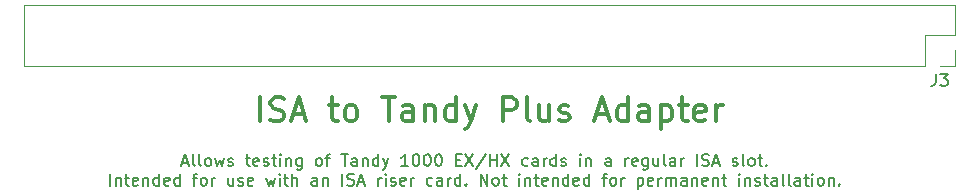
<source format=gto>
%TF.GenerationSoftware,KiCad,Pcbnew,(5.1.9)-1*%
%TF.CreationDate,2021-05-05T16:30:24+08:00*%
%TF.ProjectId,ISAtoTandyPlus,49534174-6f54-4616-9e64-79506c75732e,rev?*%
%TF.SameCoordinates,Original*%
%TF.FileFunction,Legend,Top*%
%TF.FilePolarity,Positive*%
%FSLAX46Y46*%
G04 Gerber Fmt 4.6, Leading zero omitted, Abs format (unit mm)*
G04 Created by KiCad (PCBNEW (5.1.9)-1) date 2021-05-05 16:30:24*
%MOMM*%
%LPD*%
G01*
G04 APERTURE LIST*
%ADD10C,0.150000*%
%ADD11C,0.300000*%
%ADD12C,0.120000*%
G04 APERTURE END LIST*
D10*
X111151904Y-127611666D02*
X111628095Y-127611666D01*
X111056666Y-127897380D02*
X111390000Y-126897380D01*
X111723333Y-127897380D01*
X112199523Y-127897380D02*
X112104285Y-127849761D01*
X112056666Y-127754523D01*
X112056666Y-126897380D01*
X112723333Y-127897380D02*
X112628095Y-127849761D01*
X112580476Y-127754523D01*
X112580476Y-126897380D01*
X113247142Y-127897380D02*
X113151904Y-127849761D01*
X113104285Y-127802142D01*
X113056666Y-127706904D01*
X113056666Y-127421190D01*
X113104285Y-127325952D01*
X113151904Y-127278333D01*
X113247142Y-127230714D01*
X113390000Y-127230714D01*
X113485238Y-127278333D01*
X113532857Y-127325952D01*
X113580476Y-127421190D01*
X113580476Y-127706904D01*
X113532857Y-127802142D01*
X113485238Y-127849761D01*
X113390000Y-127897380D01*
X113247142Y-127897380D01*
X113913809Y-127230714D02*
X114104285Y-127897380D01*
X114294761Y-127421190D01*
X114485238Y-127897380D01*
X114675714Y-127230714D01*
X115009047Y-127849761D02*
X115104285Y-127897380D01*
X115294761Y-127897380D01*
X115390000Y-127849761D01*
X115437619Y-127754523D01*
X115437619Y-127706904D01*
X115390000Y-127611666D01*
X115294761Y-127564047D01*
X115151904Y-127564047D01*
X115056666Y-127516428D01*
X115009047Y-127421190D01*
X115009047Y-127373571D01*
X115056666Y-127278333D01*
X115151904Y-127230714D01*
X115294761Y-127230714D01*
X115390000Y-127278333D01*
X116485238Y-127230714D02*
X116866190Y-127230714D01*
X116628095Y-126897380D02*
X116628095Y-127754523D01*
X116675714Y-127849761D01*
X116770952Y-127897380D01*
X116866190Y-127897380D01*
X117580476Y-127849761D02*
X117485238Y-127897380D01*
X117294761Y-127897380D01*
X117199523Y-127849761D01*
X117151904Y-127754523D01*
X117151904Y-127373571D01*
X117199523Y-127278333D01*
X117294761Y-127230714D01*
X117485238Y-127230714D01*
X117580476Y-127278333D01*
X117628095Y-127373571D01*
X117628095Y-127468809D01*
X117151904Y-127564047D01*
X118009047Y-127849761D02*
X118104285Y-127897380D01*
X118294761Y-127897380D01*
X118390000Y-127849761D01*
X118437619Y-127754523D01*
X118437619Y-127706904D01*
X118390000Y-127611666D01*
X118294761Y-127564047D01*
X118151904Y-127564047D01*
X118056666Y-127516428D01*
X118009047Y-127421190D01*
X118009047Y-127373571D01*
X118056666Y-127278333D01*
X118151904Y-127230714D01*
X118294761Y-127230714D01*
X118390000Y-127278333D01*
X118723333Y-127230714D02*
X119104285Y-127230714D01*
X118866190Y-126897380D02*
X118866190Y-127754523D01*
X118913809Y-127849761D01*
X119009047Y-127897380D01*
X119104285Y-127897380D01*
X119437619Y-127897380D02*
X119437619Y-127230714D01*
X119437619Y-126897380D02*
X119390000Y-126945000D01*
X119437619Y-126992619D01*
X119485238Y-126945000D01*
X119437619Y-126897380D01*
X119437619Y-126992619D01*
X119913809Y-127230714D02*
X119913809Y-127897380D01*
X119913809Y-127325952D02*
X119961428Y-127278333D01*
X120056666Y-127230714D01*
X120199523Y-127230714D01*
X120294761Y-127278333D01*
X120342380Y-127373571D01*
X120342380Y-127897380D01*
X121247142Y-127230714D02*
X121247142Y-128040238D01*
X121199523Y-128135476D01*
X121151904Y-128183095D01*
X121056666Y-128230714D01*
X120913809Y-128230714D01*
X120818571Y-128183095D01*
X121247142Y-127849761D02*
X121151904Y-127897380D01*
X120961428Y-127897380D01*
X120866190Y-127849761D01*
X120818571Y-127802142D01*
X120770952Y-127706904D01*
X120770952Y-127421190D01*
X120818571Y-127325952D01*
X120866190Y-127278333D01*
X120961428Y-127230714D01*
X121151904Y-127230714D01*
X121247142Y-127278333D01*
X122628095Y-127897380D02*
X122532857Y-127849761D01*
X122485238Y-127802142D01*
X122437619Y-127706904D01*
X122437619Y-127421190D01*
X122485238Y-127325952D01*
X122532857Y-127278333D01*
X122628095Y-127230714D01*
X122770952Y-127230714D01*
X122866190Y-127278333D01*
X122913809Y-127325952D01*
X122961428Y-127421190D01*
X122961428Y-127706904D01*
X122913809Y-127802142D01*
X122866190Y-127849761D01*
X122770952Y-127897380D01*
X122628095Y-127897380D01*
X123247142Y-127230714D02*
X123628095Y-127230714D01*
X123390000Y-127897380D02*
X123390000Y-127040238D01*
X123437619Y-126945000D01*
X123532857Y-126897380D01*
X123628095Y-126897380D01*
X124580476Y-126897380D02*
X125151904Y-126897380D01*
X124866190Y-127897380D02*
X124866190Y-126897380D01*
X125913809Y-127897380D02*
X125913809Y-127373571D01*
X125866190Y-127278333D01*
X125770952Y-127230714D01*
X125580476Y-127230714D01*
X125485238Y-127278333D01*
X125913809Y-127849761D02*
X125818571Y-127897380D01*
X125580476Y-127897380D01*
X125485238Y-127849761D01*
X125437619Y-127754523D01*
X125437619Y-127659285D01*
X125485238Y-127564047D01*
X125580476Y-127516428D01*
X125818571Y-127516428D01*
X125913809Y-127468809D01*
X126390000Y-127230714D02*
X126390000Y-127897380D01*
X126390000Y-127325952D02*
X126437619Y-127278333D01*
X126532857Y-127230714D01*
X126675714Y-127230714D01*
X126770952Y-127278333D01*
X126818571Y-127373571D01*
X126818571Y-127897380D01*
X127723333Y-127897380D02*
X127723333Y-126897380D01*
X127723333Y-127849761D02*
X127628095Y-127897380D01*
X127437619Y-127897380D01*
X127342380Y-127849761D01*
X127294761Y-127802142D01*
X127247142Y-127706904D01*
X127247142Y-127421190D01*
X127294761Y-127325952D01*
X127342380Y-127278333D01*
X127437619Y-127230714D01*
X127628095Y-127230714D01*
X127723333Y-127278333D01*
X128104285Y-127230714D02*
X128342380Y-127897380D01*
X128580476Y-127230714D02*
X128342380Y-127897380D01*
X128247142Y-128135476D01*
X128199523Y-128183095D01*
X128104285Y-128230714D01*
X130247142Y-127897380D02*
X129675714Y-127897380D01*
X129961428Y-127897380D02*
X129961428Y-126897380D01*
X129866190Y-127040238D01*
X129770952Y-127135476D01*
X129675714Y-127183095D01*
X130866190Y-126897380D02*
X130961428Y-126897380D01*
X131056666Y-126945000D01*
X131104285Y-126992619D01*
X131151904Y-127087857D01*
X131199523Y-127278333D01*
X131199523Y-127516428D01*
X131151904Y-127706904D01*
X131104285Y-127802142D01*
X131056666Y-127849761D01*
X130961428Y-127897380D01*
X130866190Y-127897380D01*
X130770952Y-127849761D01*
X130723333Y-127802142D01*
X130675714Y-127706904D01*
X130628095Y-127516428D01*
X130628095Y-127278333D01*
X130675714Y-127087857D01*
X130723333Y-126992619D01*
X130770952Y-126945000D01*
X130866190Y-126897380D01*
X131818571Y-126897380D02*
X131913809Y-126897380D01*
X132009047Y-126945000D01*
X132056666Y-126992619D01*
X132104285Y-127087857D01*
X132151904Y-127278333D01*
X132151904Y-127516428D01*
X132104285Y-127706904D01*
X132056666Y-127802142D01*
X132009047Y-127849761D01*
X131913809Y-127897380D01*
X131818571Y-127897380D01*
X131723333Y-127849761D01*
X131675714Y-127802142D01*
X131628095Y-127706904D01*
X131580476Y-127516428D01*
X131580476Y-127278333D01*
X131628095Y-127087857D01*
X131675714Y-126992619D01*
X131723333Y-126945000D01*
X131818571Y-126897380D01*
X132770952Y-126897380D02*
X132866190Y-126897380D01*
X132961428Y-126945000D01*
X133009047Y-126992619D01*
X133056666Y-127087857D01*
X133104285Y-127278333D01*
X133104285Y-127516428D01*
X133056666Y-127706904D01*
X133009047Y-127802142D01*
X132961428Y-127849761D01*
X132866190Y-127897380D01*
X132770952Y-127897380D01*
X132675714Y-127849761D01*
X132628095Y-127802142D01*
X132580476Y-127706904D01*
X132532857Y-127516428D01*
X132532857Y-127278333D01*
X132580476Y-127087857D01*
X132628095Y-126992619D01*
X132675714Y-126945000D01*
X132770952Y-126897380D01*
X134294761Y-127373571D02*
X134628095Y-127373571D01*
X134770952Y-127897380D02*
X134294761Y-127897380D01*
X134294761Y-126897380D01*
X134770952Y-126897380D01*
X135104285Y-126897380D02*
X135770952Y-127897380D01*
X135770952Y-126897380D02*
X135104285Y-127897380D01*
X136866190Y-126849761D02*
X136009047Y-128135476D01*
X137199523Y-127897380D02*
X137199523Y-126897380D01*
X137199523Y-127373571D02*
X137770952Y-127373571D01*
X137770952Y-127897380D02*
X137770952Y-126897380D01*
X138151904Y-126897380D02*
X138818571Y-127897380D01*
X138818571Y-126897380D02*
X138151904Y-127897380D01*
X140390000Y-127849761D02*
X140294761Y-127897380D01*
X140104285Y-127897380D01*
X140009047Y-127849761D01*
X139961428Y-127802142D01*
X139913809Y-127706904D01*
X139913809Y-127421190D01*
X139961428Y-127325952D01*
X140009047Y-127278333D01*
X140104285Y-127230714D01*
X140294761Y-127230714D01*
X140390000Y-127278333D01*
X141247142Y-127897380D02*
X141247142Y-127373571D01*
X141199523Y-127278333D01*
X141104285Y-127230714D01*
X140913809Y-127230714D01*
X140818571Y-127278333D01*
X141247142Y-127849761D02*
X141151904Y-127897380D01*
X140913809Y-127897380D01*
X140818571Y-127849761D01*
X140770952Y-127754523D01*
X140770952Y-127659285D01*
X140818571Y-127564047D01*
X140913809Y-127516428D01*
X141151904Y-127516428D01*
X141247142Y-127468809D01*
X141723333Y-127897380D02*
X141723333Y-127230714D01*
X141723333Y-127421190D02*
X141770952Y-127325952D01*
X141818571Y-127278333D01*
X141913809Y-127230714D01*
X142009047Y-127230714D01*
X142770952Y-127897380D02*
X142770952Y-126897380D01*
X142770952Y-127849761D02*
X142675714Y-127897380D01*
X142485238Y-127897380D01*
X142390000Y-127849761D01*
X142342380Y-127802142D01*
X142294761Y-127706904D01*
X142294761Y-127421190D01*
X142342380Y-127325952D01*
X142390000Y-127278333D01*
X142485238Y-127230714D01*
X142675714Y-127230714D01*
X142770952Y-127278333D01*
X143199523Y-127849761D02*
X143294761Y-127897380D01*
X143485238Y-127897380D01*
X143580476Y-127849761D01*
X143628095Y-127754523D01*
X143628095Y-127706904D01*
X143580476Y-127611666D01*
X143485238Y-127564047D01*
X143342380Y-127564047D01*
X143247142Y-127516428D01*
X143199523Y-127421190D01*
X143199523Y-127373571D01*
X143247142Y-127278333D01*
X143342380Y-127230714D01*
X143485238Y-127230714D01*
X143580476Y-127278333D01*
X144818571Y-127897380D02*
X144818571Y-127230714D01*
X144818571Y-126897380D02*
X144770952Y-126945000D01*
X144818571Y-126992619D01*
X144866190Y-126945000D01*
X144818571Y-126897380D01*
X144818571Y-126992619D01*
X145294761Y-127230714D02*
X145294761Y-127897380D01*
X145294761Y-127325952D02*
X145342380Y-127278333D01*
X145437619Y-127230714D01*
X145580476Y-127230714D01*
X145675714Y-127278333D01*
X145723333Y-127373571D01*
X145723333Y-127897380D01*
X147390000Y-127897380D02*
X147390000Y-127373571D01*
X147342380Y-127278333D01*
X147247142Y-127230714D01*
X147056666Y-127230714D01*
X146961428Y-127278333D01*
X147390000Y-127849761D02*
X147294761Y-127897380D01*
X147056666Y-127897380D01*
X146961428Y-127849761D01*
X146913809Y-127754523D01*
X146913809Y-127659285D01*
X146961428Y-127564047D01*
X147056666Y-127516428D01*
X147294761Y-127516428D01*
X147390000Y-127468809D01*
X148628095Y-127897380D02*
X148628095Y-127230714D01*
X148628095Y-127421190D02*
X148675714Y-127325952D01*
X148723333Y-127278333D01*
X148818571Y-127230714D01*
X148913809Y-127230714D01*
X149628095Y-127849761D02*
X149532857Y-127897380D01*
X149342380Y-127897380D01*
X149247142Y-127849761D01*
X149199523Y-127754523D01*
X149199523Y-127373571D01*
X149247142Y-127278333D01*
X149342380Y-127230714D01*
X149532857Y-127230714D01*
X149628095Y-127278333D01*
X149675714Y-127373571D01*
X149675714Y-127468809D01*
X149199523Y-127564047D01*
X150532857Y-127230714D02*
X150532857Y-128040238D01*
X150485238Y-128135476D01*
X150437619Y-128183095D01*
X150342380Y-128230714D01*
X150199523Y-128230714D01*
X150104285Y-128183095D01*
X150532857Y-127849761D02*
X150437619Y-127897380D01*
X150247142Y-127897380D01*
X150151904Y-127849761D01*
X150104285Y-127802142D01*
X150056666Y-127706904D01*
X150056666Y-127421190D01*
X150104285Y-127325952D01*
X150151904Y-127278333D01*
X150247142Y-127230714D01*
X150437619Y-127230714D01*
X150532857Y-127278333D01*
X151437619Y-127230714D02*
X151437619Y-127897380D01*
X151009047Y-127230714D02*
X151009047Y-127754523D01*
X151056666Y-127849761D01*
X151151904Y-127897380D01*
X151294761Y-127897380D01*
X151390000Y-127849761D01*
X151437619Y-127802142D01*
X152056666Y-127897380D02*
X151961428Y-127849761D01*
X151913809Y-127754523D01*
X151913809Y-126897380D01*
X152866190Y-127897380D02*
X152866190Y-127373571D01*
X152818571Y-127278333D01*
X152723333Y-127230714D01*
X152532857Y-127230714D01*
X152437619Y-127278333D01*
X152866190Y-127849761D02*
X152770952Y-127897380D01*
X152532857Y-127897380D01*
X152437619Y-127849761D01*
X152390000Y-127754523D01*
X152390000Y-127659285D01*
X152437619Y-127564047D01*
X152532857Y-127516428D01*
X152770952Y-127516428D01*
X152866190Y-127468809D01*
X153342380Y-127897380D02*
X153342380Y-127230714D01*
X153342380Y-127421190D02*
X153390000Y-127325952D01*
X153437619Y-127278333D01*
X153532857Y-127230714D01*
X153628095Y-127230714D01*
X154723333Y-127897380D02*
X154723333Y-126897380D01*
X155151904Y-127849761D02*
X155294761Y-127897380D01*
X155532857Y-127897380D01*
X155628095Y-127849761D01*
X155675714Y-127802142D01*
X155723333Y-127706904D01*
X155723333Y-127611666D01*
X155675714Y-127516428D01*
X155628095Y-127468809D01*
X155532857Y-127421190D01*
X155342380Y-127373571D01*
X155247142Y-127325952D01*
X155199523Y-127278333D01*
X155151904Y-127183095D01*
X155151904Y-127087857D01*
X155199523Y-126992619D01*
X155247142Y-126945000D01*
X155342380Y-126897380D01*
X155580476Y-126897380D01*
X155723333Y-126945000D01*
X156104285Y-127611666D02*
X156580476Y-127611666D01*
X156009047Y-127897380D02*
X156342380Y-126897380D01*
X156675714Y-127897380D01*
X157723333Y-127849761D02*
X157818571Y-127897380D01*
X158009047Y-127897380D01*
X158104285Y-127849761D01*
X158151904Y-127754523D01*
X158151904Y-127706904D01*
X158104285Y-127611666D01*
X158009047Y-127564047D01*
X157866190Y-127564047D01*
X157770952Y-127516428D01*
X157723333Y-127421190D01*
X157723333Y-127373571D01*
X157770952Y-127278333D01*
X157866190Y-127230714D01*
X158009047Y-127230714D01*
X158104285Y-127278333D01*
X158723333Y-127897380D02*
X158628095Y-127849761D01*
X158580476Y-127754523D01*
X158580476Y-126897380D01*
X159247142Y-127897380D02*
X159151904Y-127849761D01*
X159104285Y-127802142D01*
X159056666Y-127706904D01*
X159056666Y-127421190D01*
X159104285Y-127325952D01*
X159151904Y-127278333D01*
X159247142Y-127230714D01*
X159390000Y-127230714D01*
X159485238Y-127278333D01*
X159532857Y-127325952D01*
X159580476Y-127421190D01*
X159580476Y-127706904D01*
X159532857Y-127802142D01*
X159485238Y-127849761D01*
X159390000Y-127897380D01*
X159247142Y-127897380D01*
X159866190Y-127230714D02*
X160247142Y-127230714D01*
X160009047Y-126897380D02*
X160009047Y-127754523D01*
X160056666Y-127849761D01*
X160151904Y-127897380D01*
X160247142Y-127897380D01*
X160580476Y-127802142D02*
X160628095Y-127849761D01*
X160580476Y-127897380D01*
X160532857Y-127849761D01*
X160580476Y-127802142D01*
X160580476Y-127897380D01*
X105009047Y-129547380D02*
X105009047Y-128547380D01*
X105485238Y-128880714D02*
X105485238Y-129547380D01*
X105485238Y-128975952D02*
X105532857Y-128928333D01*
X105628095Y-128880714D01*
X105770952Y-128880714D01*
X105866190Y-128928333D01*
X105913809Y-129023571D01*
X105913809Y-129547380D01*
X106247142Y-128880714D02*
X106628095Y-128880714D01*
X106390000Y-128547380D02*
X106390000Y-129404523D01*
X106437619Y-129499761D01*
X106532857Y-129547380D01*
X106628095Y-129547380D01*
X107342380Y-129499761D02*
X107247142Y-129547380D01*
X107056666Y-129547380D01*
X106961428Y-129499761D01*
X106913809Y-129404523D01*
X106913809Y-129023571D01*
X106961428Y-128928333D01*
X107056666Y-128880714D01*
X107247142Y-128880714D01*
X107342380Y-128928333D01*
X107390000Y-129023571D01*
X107390000Y-129118809D01*
X106913809Y-129214047D01*
X107818571Y-128880714D02*
X107818571Y-129547380D01*
X107818571Y-128975952D02*
X107866190Y-128928333D01*
X107961428Y-128880714D01*
X108104285Y-128880714D01*
X108199523Y-128928333D01*
X108247142Y-129023571D01*
X108247142Y-129547380D01*
X109151904Y-129547380D02*
X109151904Y-128547380D01*
X109151904Y-129499761D02*
X109056666Y-129547380D01*
X108866190Y-129547380D01*
X108770952Y-129499761D01*
X108723333Y-129452142D01*
X108675714Y-129356904D01*
X108675714Y-129071190D01*
X108723333Y-128975952D01*
X108770952Y-128928333D01*
X108866190Y-128880714D01*
X109056666Y-128880714D01*
X109151904Y-128928333D01*
X110009047Y-129499761D02*
X109913809Y-129547380D01*
X109723333Y-129547380D01*
X109628095Y-129499761D01*
X109580476Y-129404523D01*
X109580476Y-129023571D01*
X109628095Y-128928333D01*
X109723333Y-128880714D01*
X109913809Y-128880714D01*
X110009047Y-128928333D01*
X110056666Y-129023571D01*
X110056666Y-129118809D01*
X109580476Y-129214047D01*
X110913809Y-129547380D02*
X110913809Y-128547380D01*
X110913809Y-129499761D02*
X110818571Y-129547380D01*
X110628095Y-129547380D01*
X110532857Y-129499761D01*
X110485238Y-129452142D01*
X110437619Y-129356904D01*
X110437619Y-129071190D01*
X110485238Y-128975952D01*
X110532857Y-128928333D01*
X110628095Y-128880714D01*
X110818571Y-128880714D01*
X110913809Y-128928333D01*
X112009047Y-128880714D02*
X112390000Y-128880714D01*
X112151904Y-129547380D02*
X112151904Y-128690238D01*
X112199523Y-128595000D01*
X112294761Y-128547380D01*
X112390000Y-128547380D01*
X112866190Y-129547380D02*
X112770952Y-129499761D01*
X112723333Y-129452142D01*
X112675714Y-129356904D01*
X112675714Y-129071190D01*
X112723333Y-128975952D01*
X112770952Y-128928333D01*
X112866190Y-128880714D01*
X113009047Y-128880714D01*
X113104285Y-128928333D01*
X113151904Y-128975952D01*
X113199523Y-129071190D01*
X113199523Y-129356904D01*
X113151904Y-129452142D01*
X113104285Y-129499761D01*
X113009047Y-129547380D01*
X112866190Y-129547380D01*
X113628095Y-129547380D02*
X113628095Y-128880714D01*
X113628095Y-129071190D02*
X113675714Y-128975952D01*
X113723333Y-128928333D01*
X113818571Y-128880714D01*
X113913809Y-128880714D01*
X115437619Y-128880714D02*
X115437619Y-129547380D01*
X115009047Y-128880714D02*
X115009047Y-129404523D01*
X115056666Y-129499761D01*
X115151904Y-129547380D01*
X115294761Y-129547380D01*
X115390000Y-129499761D01*
X115437619Y-129452142D01*
X115866190Y-129499761D02*
X115961428Y-129547380D01*
X116151904Y-129547380D01*
X116247142Y-129499761D01*
X116294761Y-129404523D01*
X116294761Y-129356904D01*
X116247142Y-129261666D01*
X116151904Y-129214047D01*
X116009047Y-129214047D01*
X115913809Y-129166428D01*
X115866190Y-129071190D01*
X115866190Y-129023571D01*
X115913809Y-128928333D01*
X116009047Y-128880714D01*
X116151904Y-128880714D01*
X116247142Y-128928333D01*
X117104285Y-129499761D02*
X117009047Y-129547380D01*
X116818571Y-129547380D01*
X116723333Y-129499761D01*
X116675714Y-129404523D01*
X116675714Y-129023571D01*
X116723333Y-128928333D01*
X116818571Y-128880714D01*
X117009047Y-128880714D01*
X117104285Y-128928333D01*
X117151904Y-129023571D01*
X117151904Y-129118809D01*
X116675714Y-129214047D01*
X118247142Y-128880714D02*
X118437619Y-129547380D01*
X118628095Y-129071190D01*
X118818571Y-129547380D01*
X119009047Y-128880714D01*
X119390000Y-129547380D02*
X119390000Y-128880714D01*
X119390000Y-128547380D02*
X119342380Y-128595000D01*
X119390000Y-128642619D01*
X119437619Y-128595000D01*
X119390000Y-128547380D01*
X119390000Y-128642619D01*
X119723333Y-128880714D02*
X120104285Y-128880714D01*
X119866190Y-128547380D02*
X119866190Y-129404523D01*
X119913809Y-129499761D01*
X120009047Y-129547380D01*
X120104285Y-129547380D01*
X120437619Y-129547380D02*
X120437619Y-128547380D01*
X120866190Y-129547380D02*
X120866190Y-129023571D01*
X120818571Y-128928333D01*
X120723333Y-128880714D01*
X120580476Y-128880714D01*
X120485238Y-128928333D01*
X120437619Y-128975952D01*
X122532857Y-129547380D02*
X122532857Y-129023571D01*
X122485238Y-128928333D01*
X122390000Y-128880714D01*
X122199523Y-128880714D01*
X122104285Y-128928333D01*
X122532857Y-129499761D02*
X122437619Y-129547380D01*
X122199523Y-129547380D01*
X122104285Y-129499761D01*
X122056666Y-129404523D01*
X122056666Y-129309285D01*
X122104285Y-129214047D01*
X122199523Y-129166428D01*
X122437619Y-129166428D01*
X122532857Y-129118809D01*
X123009047Y-128880714D02*
X123009047Y-129547380D01*
X123009047Y-128975952D02*
X123056666Y-128928333D01*
X123151904Y-128880714D01*
X123294761Y-128880714D01*
X123390000Y-128928333D01*
X123437619Y-129023571D01*
X123437619Y-129547380D01*
X124675714Y-129547380D02*
X124675714Y-128547380D01*
X125104285Y-129499761D02*
X125247142Y-129547380D01*
X125485238Y-129547380D01*
X125580476Y-129499761D01*
X125628095Y-129452142D01*
X125675714Y-129356904D01*
X125675714Y-129261666D01*
X125628095Y-129166428D01*
X125580476Y-129118809D01*
X125485238Y-129071190D01*
X125294761Y-129023571D01*
X125199523Y-128975952D01*
X125151904Y-128928333D01*
X125104285Y-128833095D01*
X125104285Y-128737857D01*
X125151904Y-128642619D01*
X125199523Y-128595000D01*
X125294761Y-128547380D01*
X125532857Y-128547380D01*
X125675714Y-128595000D01*
X126056666Y-129261666D02*
X126532857Y-129261666D01*
X125961428Y-129547380D02*
X126294761Y-128547380D01*
X126628095Y-129547380D01*
X127723333Y-129547380D02*
X127723333Y-128880714D01*
X127723333Y-129071190D02*
X127770952Y-128975952D01*
X127818571Y-128928333D01*
X127913809Y-128880714D01*
X128009047Y-128880714D01*
X128342380Y-129547380D02*
X128342380Y-128880714D01*
X128342380Y-128547380D02*
X128294761Y-128595000D01*
X128342380Y-128642619D01*
X128390000Y-128595000D01*
X128342380Y-128547380D01*
X128342380Y-128642619D01*
X128770952Y-129499761D02*
X128866190Y-129547380D01*
X129056666Y-129547380D01*
X129151904Y-129499761D01*
X129199523Y-129404523D01*
X129199523Y-129356904D01*
X129151904Y-129261666D01*
X129056666Y-129214047D01*
X128913809Y-129214047D01*
X128818571Y-129166428D01*
X128770952Y-129071190D01*
X128770952Y-129023571D01*
X128818571Y-128928333D01*
X128913809Y-128880714D01*
X129056666Y-128880714D01*
X129151904Y-128928333D01*
X130009047Y-129499761D02*
X129913809Y-129547380D01*
X129723333Y-129547380D01*
X129628095Y-129499761D01*
X129580476Y-129404523D01*
X129580476Y-129023571D01*
X129628095Y-128928333D01*
X129723333Y-128880714D01*
X129913809Y-128880714D01*
X130009047Y-128928333D01*
X130056666Y-129023571D01*
X130056666Y-129118809D01*
X129580476Y-129214047D01*
X130485238Y-129547380D02*
X130485238Y-128880714D01*
X130485238Y-129071190D02*
X130532857Y-128975952D01*
X130580476Y-128928333D01*
X130675714Y-128880714D01*
X130770952Y-128880714D01*
X132294761Y-129499761D02*
X132199523Y-129547380D01*
X132009047Y-129547380D01*
X131913809Y-129499761D01*
X131866190Y-129452142D01*
X131818571Y-129356904D01*
X131818571Y-129071190D01*
X131866190Y-128975952D01*
X131913809Y-128928333D01*
X132009047Y-128880714D01*
X132199523Y-128880714D01*
X132294761Y-128928333D01*
X133151904Y-129547380D02*
X133151904Y-129023571D01*
X133104285Y-128928333D01*
X133009047Y-128880714D01*
X132818571Y-128880714D01*
X132723333Y-128928333D01*
X133151904Y-129499761D02*
X133056666Y-129547380D01*
X132818571Y-129547380D01*
X132723333Y-129499761D01*
X132675714Y-129404523D01*
X132675714Y-129309285D01*
X132723333Y-129214047D01*
X132818571Y-129166428D01*
X133056666Y-129166428D01*
X133151904Y-129118809D01*
X133628095Y-129547380D02*
X133628095Y-128880714D01*
X133628095Y-129071190D02*
X133675714Y-128975952D01*
X133723333Y-128928333D01*
X133818571Y-128880714D01*
X133913809Y-128880714D01*
X134675714Y-129547380D02*
X134675714Y-128547380D01*
X134675714Y-129499761D02*
X134580476Y-129547380D01*
X134390000Y-129547380D01*
X134294761Y-129499761D01*
X134247142Y-129452142D01*
X134199523Y-129356904D01*
X134199523Y-129071190D01*
X134247142Y-128975952D01*
X134294761Y-128928333D01*
X134390000Y-128880714D01*
X134580476Y-128880714D01*
X134675714Y-128928333D01*
X135151904Y-129452142D02*
X135199523Y-129499761D01*
X135151904Y-129547380D01*
X135104285Y-129499761D01*
X135151904Y-129452142D01*
X135151904Y-129547380D01*
X136390000Y-129547380D02*
X136390000Y-128547380D01*
X136961428Y-129547380D01*
X136961428Y-128547380D01*
X137580476Y-129547380D02*
X137485238Y-129499761D01*
X137437619Y-129452142D01*
X137390000Y-129356904D01*
X137390000Y-129071190D01*
X137437619Y-128975952D01*
X137485238Y-128928333D01*
X137580476Y-128880714D01*
X137723333Y-128880714D01*
X137818571Y-128928333D01*
X137866190Y-128975952D01*
X137913809Y-129071190D01*
X137913809Y-129356904D01*
X137866190Y-129452142D01*
X137818571Y-129499761D01*
X137723333Y-129547380D01*
X137580476Y-129547380D01*
X138199523Y-128880714D02*
X138580476Y-128880714D01*
X138342380Y-128547380D02*
X138342380Y-129404523D01*
X138390000Y-129499761D01*
X138485238Y-129547380D01*
X138580476Y-129547380D01*
X139675714Y-129547380D02*
X139675714Y-128880714D01*
X139675714Y-128547380D02*
X139628095Y-128595000D01*
X139675714Y-128642619D01*
X139723333Y-128595000D01*
X139675714Y-128547380D01*
X139675714Y-128642619D01*
X140151904Y-128880714D02*
X140151904Y-129547380D01*
X140151904Y-128975952D02*
X140199523Y-128928333D01*
X140294761Y-128880714D01*
X140437619Y-128880714D01*
X140532857Y-128928333D01*
X140580476Y-129023571D01*
X140580476Y-129547380D01*
X140913809Y-128880714D02*
X141294761Y-128880714D01*
X141056666Y-128547380D02*
X141056666Y-129404523D01*
X141104285Y-129499761D01*
X141199523Y-129547380D01*
X141294761Y-129547380D01*
X142009047Y-129499761D02*
X141913809Y-129547380D01*
X141723333Y-129547380D01*
X141628095Y-129499761D01*
X141580476Y-129404523D01*
X141580476Y-129023571D01*
X141628095Y-128928333D01*
X141723333Y-128880714D01*
X141913809Y-128880714D01*
X142009047Y-128928333D01*
X142056666Y-129023571D01*
X142056666Y-129118809D01*
X141580476Y-129214047D01*
X142485238Y-128880714D02*
X142485238Y-129547380D01*
X142485238Y-128975952D02*
X142532857Y-128928333D01*
X142628095Y-128880714D01*
X142770952Y-128880714D01*
X142866190Y-128928333D01*
X142913809Y-129023571D01*
X142913809Y-129547380D01*
X143818571Y-129547380D02*
X143818571Y-128547380D01*
X143818571Y-129499761D02*
X143723333Y-129547380D01*
X143532857Y-129547380D01*
X143437619Y-129499761D01*
X143390000Y-129452142D01*
X143342380Y-129356904D01*
X143342380Y-129071190D01*
X143390000Y-128975952D01*
X143437619Y-128928333D01*
X143532857Y-128880714D01*
X143723333Y-128880714D01*
X143818571Y-128928333D01*
X144675714Y-129499761D02*
X144580476Y-129547380D01*
X144390000Y-129547380D01*
X144294761Y-129499761D01*
X144247142Y-129404523D01*
X144247142Y-129023571D01*
X144294761Y-128928333D01*
X144390000Y-128880714D01*
X144580476Y-128880714D01*
X144675714Y-128928333D01*
X144723333Y-129023571D01*
X144723333Y-129118809D01*
X144247142Y-129214047D01*
X145580476Y-129547380D02*
X145580476Y-128547380D01*
X145580476Y-129499761D02*
X145485238Y-129547380D01*
X145294761Y-129547380D01*
X145199523Y-129499761D01*
X145151904Y-129452142D01*
X145104285Y-129356904D01*
X145104285Y-129071190D01*
X145151904Y-128975952D01*
X145199523Y-128928333D01*
X145294761Y-128880714D01*
X145485238Y-128880714D01*
X145580476Y-128928333D01*
X146675714Y-128880714D02*
X147056666Y-128880714D01*
X146818571Y-129547380D02*
X146818571Y-128690238D01*
X146866190Y-128595000D01*
X146961428Y-128547380D01*
X147056666Y-128547380D01*
X147532857Y-129547380D02*
X147437619Y-129499761D01*
X147390000Y-129452142D01*
X147342380Y-129356904D01*
X147342380Y-129071190D01*
X147390000Y-128975952D01*
X147437619Y-128928333D01*
X147532857Y-128880714D01*
X147675714Y-128880714D01*
X147770952Y-128928333D01*
X147818571Y-128975952D01*
X147866190Y-129071190D01*
X147866190Y-129356904D01*
X147818571Y-129452142D01*
X147770952Y-129499761D01*
X147675714Y-129547380D01*
X147532857Y-129547380D01*
X148294761Y-129547380D02*
X148294761Y-128880714D01*
X148294761Y-129071190D02*
X148342380Y-128975952D01*
X148390000Y-128928333D01*
X148485238Y-128880714D01*
X148580476Y-128880714D01*
X149675714Y-128880714D02*
X149675714Y-129880714D01*
X149675714Y-128928333D02*
X149770952Y-128880714D01*
X149961428Y-128880714D01*
X150056666Y-128928333D01*
X150104285Y-128975952D01*
X150151904Y-129071190D01*
X150151904Y-129356904D01*
X150104285Y-129452142D01*
X150056666Y-129499761D01*
X149961428Y-129547380D01*
X149770952Y-129547380D01*
X149675714Y-129499761D01*
X150961428Y-129499761D02*
X150866190Y-129547380D01*
X150675714Y-129547380D01*
X150580476Y-129499761D01*
X150532857Y-129404523D01*
X150532857Y-129023571D01*
X150580476Y-128928333D01*
X150675714Y-128880714D01*
X150866190Y-128880714D01*
X150961428Y-128928333D01*
X151009047Y-129023571D01*
X151009047Y-129118809D01*
X150532857Y-129214047D01*
X151437619Y-129547380D02*
X151437619Y-128880714D01*
X151437619Y-129071190D02*
X151485238Y-128975952D01*
X151532857Y-128928333D01*
X151628095Y-128880714D01*
X151723333Y-128880714D01*
X152056666Y-129547380D02*
X152056666Y-128880714D01*
X152056666Y-128975952D02*
X152104285Y-128928333D01*
X152199523Y-128880714D01*
X152342380Y-128880714D01*
X152437619Y-128928333D01*
X152485238Y-129023571D01*
X152485238Y-129547380D01*
X152485238Y-129023571D02*
X152532857Y-128928333D01*
X152628095Y-128880714D01*
X152770952Y-128880714D01*
X152866190Y-128928333D01*
X152913809Y-129023571D01*
X152913809Y-129547380D01*
X153818571Y-129547380D02*
X153818571Y-129023571D01*
X153770952Y-128928333D01*
X153675714Y-128880714D01*
X153485238Y-128880714D01*
X153390000Y-128928333D01*
X153818571Y-129499761D02*
X153723333Y-129547380D01*
X153485238Y-129547380D01*
X153390000Y-129499761D01*
X153342380Y-129404523D01*
X153342380Y-129309285D01*
X153390000Y-129214047D01*
X153485238Y-129166428D01*
X153723333Y-129166428D01*
X153818571Y-129118809D01*
X154294761Y-128880714D02*
X154294761Y-129547380D01*
X154294761Y-128975952D02*
X154342380Y-128928333D01*
X154437619Y-128880714D01*
X154580476Y-128880714D01*
X154675714Y-128928333D01*
X154723333Y-129023571D01*
X154723333Y-129547380D01*
X155580476Y-129499761D02*
X155485238Y-129547380D01*
X155294761Y-129547380D01*
X155199523Y-129499761D01*
X155151904Y-129404523D01*
X155151904Y-129023571D01*
X155199523Y-128928333D01*
X155294761Y-128880714D01*
X155485238Y-128880714D01*
X155580476Y-128928333D01*
X155628095Y-129023571D01*
X155628095Y-129118809D01*
X155151904Y-129214047D01*
X156056666Y-128880714D02*
X156056666Y-129547380D01*
X156056666Y-128975952D02*
X156104285Y-128928333D01*
X156199523Y-128880714D01*
X156342380Y-128880714D01*
X156437619Y-128928333D01*
X156485238Y-129023571D01*
X156485238Y-129547380D01*
X156818571Y-128880714D02*
X157199523Y-128880714D01*
X156961428Y-128547380D02*
X156961428Y-129404523D01*
X157009047Y-129499761D01*
X157104285Y-129547380D01*
X157199523Y-129547380D01*
X158294761Y-129547380D02*
X158294761Y-128880714D01*
X158294761Y-128547380D02*
X158247142Y-128595000D01*
X158294761Y-128642619D01*
X158342380Y-128595000D01*
X158294761Y-128547380D01*
X158294761Y-128642619D01*
X158770952Y-128880714D02*
X158770952Y-129547380D01*
X158770952Y-128975952D02*
X158818571Y-128928333D01*
X158913809Y-128880714D01*
X159056666Y-128880714D01*
X159151904Y-128928333D01*
X159199523Y-129023571D01*
X159199523Y-129547380D01*
X159628095Y-129499761D02*
X159723333Y-129547380D01*
X159913809Y-129547380D01*
X160009047Y-129499761D01*
X160056666Y-129404523D01*
X160056666Y-129356904D01*
X160009047Y-129261666D01*
X159913809Y-129214047D01*
X159770952Y-129214047D01*
X159675714Y-129166428D01*
X159628095Y-129071190D01*
X159628095Y-129023571D01*
X159675714Y-128928333D01*
X159770952Y-128880714D01*
X159913809Y-128880714D01*
X160009047Y-128928333D01*
X160342380Y-128880714D02*
X160723333Y-128880714D01*
X160485238Y-128547380D02*
X160485238Y-129404523D01*
X160532857Y-129499761D01*
X160628095Y-129547380D01*
X160723333Y-129547380D01*
X161485238Y-129547380D02*
X161485238Y-129023571D01*
X161437619Y-128928333D01*
X161342380Y-128880714D01*
X161151904Y-128880714D01*
X161056666Y-128928333D01*
X161485238Y-129499761D02*
X161390000Y-129547380D01*
X161151904Y-129547380D01*
X161056666Y-129499761D01*
X161009047Y-129404523D01*
X161009047Y-129309285D01*
X161056666Y-129214047D01*
X161151904Y-129166428D01*
X161390000Y-129166428D01*
X161485238Y-129118809D01*
X162104285Y-129547380D02*
X162009047Y-129499761D01*
X161961428Y-129404523D01*
X161961428Y-128547380D01*
X162628095Y-129547380D02*
X162532857Y-129499761D01*
X162485238Y-129404523D01*
X162485238Y-128547380D01*
X163437619Y-129547380D02*
X163437619Y-129023571D01*
X163390000Y-128928333D01*
X163294761Y-128880714D01*
X163104285Y-128880714D01*
X163009047Y-128928333D01*
X163437619Y-129499761D02*
X163342380Y-129547380D01*
X163104285Y-129547380D01*
X163009047Y-129499761D01*
X162961428Y-129404523D01*
X162961428Y-129309285D01*
X163009047Y-129214047D01*
X163104285Y-129166428D01*
X163342380Y-129166428D01*
X163437619Y-129118809D01*
X163770952Y-128880714D02*
X164151904Y-128880714D01*
X163913809Y-128547380D02*
X163913809Y-129404523D01*
X163961428Y-129499761D01*
X164056666Y-129547380D01*
X164151904Y-129547380D01*
X164485238Y-129547380D02*
X164485238Y-128880714D01*
X164485238Y-128547380D02*
X164437619Y-128595000D01*
X164485238Y-128642619D01*
X164532857Y-128595000D01*
X164485238Y-128547380D01*
X164485238Y-128642619D01*
X165104285Y-129547380D02*
X165009047Y-129499761D01*
X164961428Y-129452142D01*
X164913809Y-129356904D01*
X164913809Y-129071190D01*
X164961428Y-128975952D01*
X165009047Y-128928333D01*
X165104285Y-128880714D01*
X165247142Y-128880714D01*
X165342380Y-128928333D01*
X165390000Y-128975952D01*
X165437619Y-129071190D01*
X165437619Y-129356904D01*
X165390000Y-129452142D01*
X165342380Y-129499761D01*
X165247142Y-129547380D01*
X165104285Y-129547380D01*
X165866190Y-128880714D02*
X165866190Y-129547380D01*
X165866190Y-128975952D02*
X165913809Y-128928333D01*
X166009047Y-128880714D01*
X166151904Y-128880714D01*
X166247142Y-128928333D01*
X166294761Y-129023571D01*
X166294761Y-129547380D01*
X166770952Y-129452142D02*
X166818571Y-129499761D01*
X166770952Y-129547380D01*
X166723333Y-129499761D01*
X166770952Y-129452142D01*
X166770952Y-129547380D01*
D11*
X117731428Y-124094761D02*
X117731428Y-122094761D01*
X118588571Y-123999523D02*
X118874285Y-124094761D01*
X119350476Y-124094761D01*
X119540952Y-123999523D01*
X119636190Y-123904285D01*
X119731428Y-123713809D01*
X119731428Y-123523333D01*
X119636190Y-123332857D01*
X119540952Y-123237619D01*
X119350476Y-123142380D01*
X118969523Y-123047142D01*
X118779047Y-122951904D01*
X118683809Y-122856666D01*
X118588571Y-122666190D01*
X118588571Y-122475714D01*
X118683809Y-122285238D01*
X118779047Y-122190000D01*
X118969523Y-122094761D01*
X119445714Y-122094761D01*
X119731428Y-122190000D01*
X120493333Y-123523333D02*
X121445714Y-123523333D01*
X120302857Y-124094761D02*
X120969523Y-122094761D01*
X121636190Y-124094761D01*
X123540952Y-122761428D02*
X124302857Y-122761428D01*
X123826666Y-122094761D02*
X123826666Y-123809047D01*
X123921904Y-123999523D01*
X124112380Y-124094761D01*
X124302857Y-124094761D01*
X125255238Y-124094761D02*
X125064761Y-123999523D01*
X124969523Y-123904285D01*
X124874285Y-123713809D01*
X124874285Y-123142380D01*
X124969523Y-122951904D01*
X125064761Y-122856666D01*
X125255238Y-122761428D01*
X125540952Y-122761428D01*
X125731428Y-122856666D01*
X125826666Y-122951904D01*
X125921904Y-123142380D01*
X125921904Y-123713809D01*
X125826666Y-123904285D01*
X125731428Y-123999523D01*
X125540952Y-124094761D01*
X125255238Y-124094761D01*
X128017142Y-122094761D02*
X129160000Y-122094761D01*
X128588571Y-124094761D02*
X128588571Y-122094761D01*
X130683809Y-124094761D02*
X130683809Y-123047142D01*
X130588571Y-122856666D01*
X130398095Y-122761428D01*
X130017142Y-122761428D01*
X129826666Y-122856666D01*
X130683809Y-123999523D02*
X130493333Y-124094761D01*
X130017142Y-124094761D01*
X129826666Y-123999523D01*
X129731428Y-123809047D01*
X129731428Y-123618571D01*
X129826666Y-123428095D01*
X130017142Y-123332857D01*
X130493333Y-123332857D01*
X130683809Y-123237619D01*
X131636190Y-122761428D02*
X131636190Y-124094761D01*
X131636190Y-122951904D02*
X131731428Y-122856666D01*
X131921904Y-122761428D01*
X132207619Y-122761428D01*
X132398095Y-122856666D01*
X132493333Y-123047142D01*
X132493333Y-124094761D01*
X134302857Y-124094761D02*
X134302857Y-122094761D01*
X134302857Y-123999523D02*
X134112380Y-124094761D01*
X133731428Y-124094761D01*
X133540952Y-123999523D01*
X133445714Y-123904285D01*
X133350476Y-123713809D01*
X133350476Y-123142380D01*
X133445714Y-122951904D01*
X133540952Y-122856666D01*
X133731428Y-122761428D01*
X134112380Y-122761428D01*
X134302857Y-122856666D01*
X135064761Y-122761428D02*
X135540952Y-124094761D01*
X136017142Y-122761428D02*
X135540952Y-124094761D01*
X135350476Y-124570952D01*
X135255238Y-124666190D01*
X135064761Y-124761428D01*
X138302857Y-124094761D02*
X138302857Y-122094761D01*
X139064761Y-122094761D01*
X139255238Y-122190000D01*
X139350476Y-122285238D01*
X139445714Y-122475714D01*
X139445714Y-122761428D01*
X139350476Y-122951904D01*
X139255238Y-123047142D01*
X139064761Y-123142380D01*
X138302857Y-123142380D01*
X140588571Y-124094761D02*
X140398095Y-123999523D01*
X140302857Y-123809047D01*
X140302857Y-122094761D01*
X142207619Y-122761428D02*
X142207619Y-124094761D01*
X141350476Y-122761428D02*
X141350476Y-123809047D01*
X141445714Y-123999523D01*
X141636190Y-124094761D01*
X141921904Y-124094761D01*
X142112380Y-123999523D01*
X142207619Y-123904285D01*
X143064761Y-123999523D02*
X143255238Y-124094761D01*
X143636190Y-124094761D01*
X143826666Y-123999523D01*
X143921904Y-123809047D01*
X143921904Y-123713809D01*
X143826666Y-123523333D01*
X143636190Y-123428095D01*
X143350476Y-123428095D01*
X143160000Y-123332857D01*
X143064761Y-123142380D01*
X143064761Y-123047142D01*
X143160000Y-122856666D01*
X143350476Y-122761428D01*
X143636190Y-122761428D01*
X143826666Y-122856666D01*
X146207619Y-123523333D02*
X147160000Y-123523333D01*
X146017142Y-124094761D02*
X146683809Y-122094761D01*
X147350476Y-124094761D01*
X148874285Y-124094761D02*
X148874285Y-122094761D01*
X148874285Y-123999523D02*
X148683809Y-124094761D01*
X148302857Y-124094761D01*
X148112380Y-123999523D01*
X148017142Y-123904285D01*
X147921904Y-123713809D01*
X147921904Y-123142380D01*
X148017142Y-122951904D01*
X148112380Y-122856666D01*
X148302857Y-122761428D01*
X148683809Y-122761428D01*
X148874285Y-122856666D01*
X150683809Y-124094761D02*
X150683809Y-123047142D01*
X150588571Y-122856666D01*
X150398095Y-122761428D01*
X150017142Y-122761428D01*
X149826666Y-122856666D01*
X150683809Y-123999523D02*
X150493333Y-124094761D01*
X150017142Y-124094761D01*
X149826666Y-123999523D01*
X149731428Y-123809047D01*
X149731428Y-123618571D01*
X149826666Y-123428095D01*
X150017142Y-123332857D01*
X150493333Y-123332857D01*
X150683809Y-123237619D01*
X151636190Y-122761428D02*
X151636190Y-124761428D01*
X151636190Y-122856666D02*
X151826666Y-122761428D01*
X152207619Y-122761428D01*
X152398095Y-122856666D01*
X152493333Y-122951904D01*
X152588571Y-123142380D01*
X152588571Y-123713809D01*
X152493333Y-123904285D01*
X152398095Y-123999523D01*
X152207619Y-124094761D01*
X151826666Y-124094761D01*
X151636190Y-123999523D01*
X153160000Y-122761428D02*
X153921904Y-122761428D01*
X153445714Y-122094761D02*
X153445714Y-123809047D01*
X153540952Y-123999523D01*
X153731428Y-124094761D01*
X153921904Y-124094761D01*
X155350476Y-123999523D02*
X155159999Y-124094761D01*
X154779047Y-124094761D01*
X154588571Y-123999523D01*
X154493333Y-123809047D01*
X154493333Y-123047142D01*
X154588571Y-122856666D01*
X154779047Y-122761428D01*
X155159999Y-122761428D01*
X155350476Y-122856666D01*
X155445714Y-123047142D01*
X155445714Y-123237619D01*
X154493333Y-123428095D01*
X156302857Y-124094761D02*
X156302857Y-122761428D01*
X156302857Y-123142380D02*
X156398095Y-122951904D01*
X156493333Y-122856666D01*
X156683809Y-122761428D01*
X156874285Y-122761428D01*
D12*
%TO.C,J3*%
X97730000Y-119440000D02*
X97730000Y-114240000D01*
X173990000Y-119440000D02*
X97730000Y-119440000D01*
X176590000Y-114240000D02*
X97730000Y-114240000D01*
X173990000Y-119440000D02*
X173990000Y-116840000D01*
X173990000Y-116840000D02*
X176590000Y-116840000D01*
X176590000Y-116840000D02*
X176590000Y-114240000D01*
X175260000Y-119440000D02*
X176590000Y-119440000D01*
X176590000Y-119440000D02*
X176590000Y-118110000D01*
D10*
X174926666Y-120102380D02*
X174926666Y-120816666D01*
X174879047Y-120959523D01*
X174783809Y-121054761D01*
X174640952Y-121102380D01*
X174545714Y-121102380D01*
X175307619Y-120102380D02*
X175926666Y-120102380D01*
X175593333Y-120483333D01*
X175736190Y-120483333D01*
X175831428Y-120530952D01*
X175879047Y-120578571D01*
X175926666Y-120673809D01*
X175926666Y-120911904D01*
X175879047Y-121007142D01*
X175831428Y-121054761D01*
X175736190Y-121102380D01*
X175450476Y-121102380D01*
X175355238Y-121054761D01*
X175307619Y-121007142D01*
%TD*%
M02*

</source>
